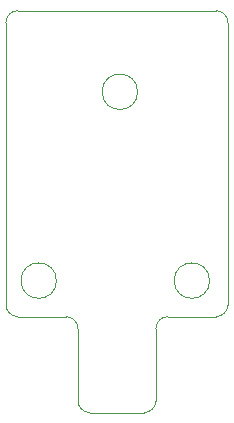
<source format=gm1>
G04 #@! TF.GenerationSoftware,KiCad,Pcbnew,5.1.4-e60b266~84~ubuntu16.04.1*
G04 #@! TF.CreationDate,2019-09-19T10:39:33-04:00*
G04 #@! TF.ProjectId,tactile_switch_pcb_v2,74616374-696c-4655-9f73-77697463685f,1.0*
G04 #@! TF.SameCoordinates,Original*
G04 #@! TF.FileFunction,Profile,NP*
%FSLAX46Y46*%
G04 Gerber Fmt 4.6, Leading zero omitted, Abs format (unit mm)*
G04 Created by KiCad (PCBNEW 5.1.4-e60b266~84~ubuntu16.04.1) date 2019-09-19 10:39:33*
%MOMM*%
%LPD*%
G04 APERTURE LIST*
%ADD10C,0.050000*%
G04 APERTURE END LIST*
D10*
X150876000Y-128016000D02*
X150876000Y-133604000D01*
X155424000Y-123952000D02*
G75*
G03X155424000Y-123952000I-1500000J0D01*
G01*
X142455845Y-123952000D02*
G75*
G03X142455845Y-123952000I-1500000J0D01*
G01*
X138176000Y-102108000D02*
X138176000Y-125984000D01*
X156972000Y-102108000D02*
X156972000Y-125984000D01*
X144272000Y-128016000D02*
X144272000Y-133604000D01*
X149860000Y-135128000D02*
X145288000Y-135128000D01*
X151892000Y-127000000D02*
X155956000Y-127000000D01*
X150876000Y-134112000D02*
X150876000Y-133604000D01*
X144272000Y-133604000D02*
X144272000Y-134112000D01*
X139192000Y-127000000D02*
X143256000Y-127000000D01*
X139192000Y-101092000D02*
X155956000Y-101092000D01*
X155956000Y-101092000D02*
G75*
G02X156972000Y-102108000I0J-1016000D01*
G01*
X138176000Y-102108000D02*
G75*
G02X139192000Y-101092000I1016000J0D01*
G01*
X139192000Y-127000000D02*
G75*
G02X138176000Y-125984000I0J1016000D01*
G01*
X156972000Y-125984000D02*
G75*
G02X155956000Y-127000000I-1016000J0D01*
G01*
X150876000Y-128016000D02*
G75*
G02X151892000Y-127000000I1016000J0D01*
G01*
X143256000Y-127000000D02*
G75*
G02X144272000Y-128016000I0J-1016000D01*
G01*
X145288000Y-135128000D02*
G75*
G02X144272000Y-134112000I0J1016000D01*
G01*
X150876000Y-134112000D02*
G75*
G02X149860000Y-135128000I-1016000J0D01*
G01*
X149328000Y-107964155D02*
G75*
G03X149328000Y-107964155I-1500000J0D01*
G01*
M02*

</source>
